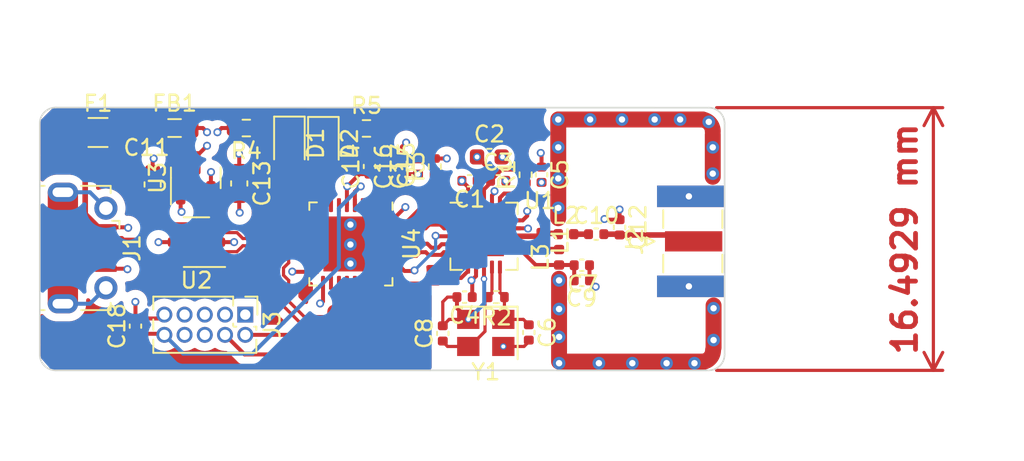
<source format=kicad_pcb>
(kicad_pcb (version 20240108) (generator "pcbnew") (generator_version "8.0")
  (layers (0 "F.Cu" signal) (1 "In1.Cu" power) (2 "In2.Cu" power) (31 "B.Cu" signal) (34 "B.Paste" user) (35 "F.Paste" user) (36 "B.SilkS" user "B.Silkscreen") (37 "F.SilkS" user "F.Silkscreen") (38 "B.Mask" user) (39 "F.Mask" user) (44 "Edge.Cuts" user))
  (net 0 "")
  (net 1 "Net-(C1-Pad1)")
  (net 2 "GND")
  (net 3 "3.3V_Out")
  (net 4 "NRF_XC1")
  (net 5 "NRF_VDD_PA")
  (net 6 "NRF_XC2")
  (net 7 "Net-(C10-Pad1)")
  (net 8 "Net-(C10-Pad2)")
  (net 9 "Net-(C11-Pad1)")
  (net 10 "NRST")
  (net 11 "Net-(D1-Pad1)")
  (net 12 "Net-(D1-Pad2)")
  (net 13 "Net-(D2-Pad1)")
  (net 14 "Net-(D2-Pad2)")
  (net 15 "5V_USB")
  (net 16 "Net-(F1-Pad2)")
  (net 17 "unconnected-(J1-Pad6)")
  (net 18 "USB_ESD_D-")
  (net 20 "USB_ESD_D+")
  (net 21 "SWDIO")
  (net 22 "SWCLK")
  (net 26 "NRF_ANT1")
  (net 27 "NRF_ANT2")
  (net 28 "Net-(R1-Pad1)")
  (net 29 "Net-(R3-Pad1)")
  (net 30 "NRF_CE")
  (net 31 "SPI3_!CS")
  (net 32 "SPI3_SCK")
  (net 33 "SPI3_MOSI")
  (net 34 "SPI3_MISO")
  (net 35 "NRF_IRQ")
  (net 36 "USB_D+")
  (net 37 "USB_D-")
  (footprint "Package_TO_SOT_SMD:SOT-23" (layer "F.Cu") (at 128.7932 117.4129 90)
    (property "Reference" "U3")
    (property "Value" "XC6206PxxxMR")
  )
  (footprint "Capacitor_SMD:C_0402_1005Metric" (layer "F.Cu") (at 155.4 120.52 -90)
    (property "Reference" "C12")
    (property "Value" "1p")
  )
  (footprint "Resistor_SMD:R_0402_1005Metric" (layer "F.Cu") (at 149.5 117.221 90)
    (property "Reference" "R1")
    (property "Value" "22k")
  )
  (footprint "Capacitor_SMD:C_0402_1005Metric" (layer "F.Cu") (at 149.7 127.12 -90)
    (property "Reference" "C6")
    (property "Value" "12pf")
  )
  (footprint "LED_SMD:LED_0805_2012Metric" (layer "F.Cu") (at 136.8044 115.2747 -90)
    (property "Reference" "D2")
    (property "Value" "LED")
  )
  (footprint "Capacitor_SMD:C_0402_1005Metric" (layer "F.Cu") (at 153.03 123.85 180)
    (property "Reference" "C9")
    (property "Value" "4.7p")
  )
  (footprint "Crystal:Crystal_SMD_3225-4Pin_3.2x2.5mm" (layer "F.Cu") (at 147 127.15 180)
    (property "Reference" "Y1")
    (property "Value" "16MHz")
  )
  (footprint "Inductor_SMD:L_0402_1005Metric" (layer "F.Cu") (at 151.6 122.4 90)
    (property "Reference" "L3")
    (property "Value" "2.7nH")
  )
  (footprint "Inductor_SMD:L_0805_2012Metric" (layer "F.Cu") (at 127.4615 114.2864)
    (property "Reference" "FB1")
    (property "Value" "100 @ 100MHZ")
  )
  (footprint "Capacitor_SMD:C_0402_1005Metric" (layer "F.Cu") (at 153.93 120.95)
    (property "Reference" "C10")
    (property "Value" "1p5")
  )
  (footprint "Capacitor_SMD:C_0402_1005Metric" (layer "F.Cu") (at 145.98 117.6 180)
    (property "Reference" "C1")
    (property "Value" "33nf")
  )
  (footprint "Inductor_SMD:L_0402_1005Metric" (layer "F.Cu") (at 150.5 121.335 -90)
    (property "Reference" "L1")
    (property "Value" "8.2nH")
  )
  (footprint "Resistor_SMD:R_0603_1608Metric" (layer "F.Cu") (at 131.9662 114.2864 180)
    (property "Reference" "R4")
    (property "Value" "2k2")
  )
  (footprint "Capacitor_SMD:C_0402_1005Metric" (layer "F.Cu") (at 142.748 116.7 90)
    (property "Reference" "C17")
    (property "Value" "100nf")
  )
  (footprint "Capacitor_SMD:C_0603_1608Metric" (layer "F.Cu") (at 147.225 116.1)
    (property "Reference" "C2")
    (property "Value" "10uf")
  )
  (footprint "Resistor_SMD:R_0402_1005Metric" (layer "F.Cu") (at 143.8 116.71 90)
    (property "Reference" "R3")
    (property "Value" "1ok")
  )
  (footprint "LED_SMD:LED_0805_2012Metric" (layer "F.Cu") (at 134.6708 115.2539 -90)
    (property "Reference" "D1")
    (property "Value" "LED")
  )
  (footprint "Connector_Coaxial:SMA_Samtec_SMA-J-P-X-ST-EM1_EdgeMount" (layer "F.Cu") (at 159.85 121.4 90)
    (property "Reference" "J2")
    (property "Value" "Conn_Coaxial")
  )
  (footprint "Fuse:Fuse_1206_3216Metric" (layer "F.Cu") (at 122.6536 114.5658)
    (property "Reference" "F1")
    (property "Value" "100mA")
  )
  (footprint "Package_DFN_QFN:QFN-20-1EP_4x4mm_P0.5mm_EP2.5x2.5mm" (layer "F.Cu") (at 146.8882 121.0818)
    (property "Reference" "U1")
    (property "Value" "NRF24L01")
  )
  (footprint "Package_TO_SOT_SMD:SOT-23-6" (layer "F.Cu") (at 128.8375 121.45 180)
    (property "Reference" "U2")
    (property "Value" "USBLC6-2SC6")
  )
  (footprint "Package_DFN_QFN:QFN-32-1EP_5x5mm_P0.5mm_EP3.45x3.45mm" (layer "F.Cu") (at 138.5316 121.5644 -90)
    (property "Reference" "U4")
    (property "Value" "STM32L432KBUx")
  )
  (footprint "Capacitor_SMD:C_0402_1005Metric" (layer "F.Cu") (at 145.67 124.9 180)
    (property "Reference" "C4")
    (property "Value" "10nf")
  )
  (footprint "Resistor_SMD:R_0402_1005Metric" (layer "F.Cu") (at 147.66 124.9 180)
    (property "Reference" "R2")
    (property "Value" "1M")
  )
  (footprint "Capacitor_SMD:C_0402_1005Metric" (layer "F.Cu") (at 125.0066 126.724 90)
    (property "Reference" "C18")
    (property "Value" "100nf")
  )
  (footprint "Capacitor_SMD:C_0402_1005Metric" (layer "F.Cu") (at 150.5 117.22 -90)
    (property "Reference" "C5")
    (property "Value" "10nf")
  )
  (footprint "Capacitor_SMD:C_0402_1005Metric" (layer "F.Cu") (at 147.78 117.6)
    (property "Reference" "C3")
    (property "Value" "10nf")
  )
  (footprint "Connector_PinHeader_1.27mm:PinHeader_2x05_P1.27mm_Vertical" (layer "F.Cu") (at 131.9 126 -90)
    (property "Reference" "J3")
    (property "Value" "Conn_02x05_Odd_Even")
  )
  (footprint "Resistor_SMD:R_0603_1608Metric" (layer "F.Cu") (at 139.509 114.3118)
    (property "Reference" "R5")
    (property "Value" "2k2")
  )
  (footprint "Capacitor_SMD:C_0402_1005Metric" (layer "F.Cu") (at 139.7 116.7 90)
    (property "Reference" "C14")
    (property "Value" "1uf")
  )
  (footprint "Capacitor_SMD:C_0402_1005Metric" (layer "F.Cu") (at 153.03 122.9 180)
    (property "Reference" "C7")
    (property "Value" "2.2nf")
  )
  (footprint "Capacitor_SMD:C_0603_1608Metric" (layer "F.Cu") (at 131.5212 117.7662 -90)
    (property "Reference" "C13")
    (property "Value" "10uf")
  )
  (footprint "Inductor_SMD:L_0402_1005Metric" (layer "F.Cu") (at 152.035 120.95)
    (property "Reference" "L2")
    (property "Value" "3.9nH")
  )
  (footprint "Capacitor_SMD:C_0402_1005Metric" (layer "F.Cu") (at 141.732 116.7 90)
    (property "Reference" "C16")
    (property "Value" "100nf")
  )
  (footprint "Capacitor_SMD:C_0402_1005Metric" (layer "F.Cu") (at 144.3 127.18 90)
    (property "Reference" "C8")
    (property "Value" "12pf")
  )
  (footprint "Connector_USB:USB_Micro-B_Molex-105017-0001" (layer "F.Cu") (at 121.6875 121.8184 -90)
    (property "Reference" "J1")
    (property "Value" "USB_B_Micro")
  )
  (footprint "Capacitor_SMD:C_0402_1005Metric" (layer "F.Cu") (at 140.716 116.7 90)
    (property "Reference" "C15")
    (property "Value" "100nf")
  )
  (footprint "Capacitor_SMD:C_0603_1608Metric" (layer "F.Cu") (at 126.0856 117.8294 -90)
    (property "Reference" "C11")
    (property "Value" "10uf")
  )
  (gr_line (start 151.55 113.75) (end 151.55 119.95) (stroke (width 1)) (layer "F.Cu") (net 2))
  (gr_line (start 151.6 123.75) (end 151.6 128.95) (stroke (width 1)) (layer "F.Cu") (net 2))
  (gr_line (start 161.25 114.7) (end 161.25 117.35) (stroke (width 1)) (layer "F.Cu") (net 2))
  (gr_arc (start 160.5 113.75) (mid 161.030329 113.96967) (end 161.25 114.5) (stroke (width 1)) (layer "F.Cu") (net 2))
  (gr_arc (start 161.26967 128.219671) (mid 161.05 128.750001) (end 160.51967 128.969671) (stroke (width 1)) (layer "F.Cu") (net 2))
  (gr_line (start 151.65 128.95) (end 160.7 128.95) (stroke (width 1)) (layer "F.Cu") (net 2))
  (gr_line (start 151.575 113.75) (end 160.625 113.75) (stroke (width 1)) (layer "F.Cu") (net 2))
  (gr_line (start 161.3 125.425) (end 161.3 128.075) (stroke (width 1)) (layer "F.Cu") (net 2))
  (gr_line (start 161.992893 114.007107) (end 161.992893 128.5) (stroke (width 0.1)) (layer "Edge.Cuts"))
  (gr_arc (start 161.992893 128.5) (mid 161.7 129.207107) (end 160.992893 129.5) (stroke (width 0.1)) (layer "Edge.Cuts"))
  (gr_arc (start 119 114) (mid 119.292893 113.292893) (end 120 113) (stroke (width 0.1)) (layer "Edge.Cuts"))
  (gr_line (start 119 116) (end 119 114) (stroke (width 0.1)) (layer "Edge.Cuts"))
  (gr_line (start 120 129.5) (end 160.992893 129.5) (stroke (width 0.1)) (layer "Edge.Cuts"))
  (gr_line (start 120 113) (end 160.992893 113.007107) (stroke (width 0.1)) (layer "Edge.Cuts"))
  (gr_arc (start 120 129.5) (mid 119.292893 129.207107) (end 119 128.5) (stroke (width 0.1)) (layer "Edge.Cuts"))
  (gr_line (start 119 116) (end 119 127.9) (stroke (width 0.1)) (layer "Edge.Cuts"))
  (gr_arc (start 160.992893 113.007107) (mid 161.7 113.3) (end 161.992893 114.007107) (stroke (width 0.1)) (layer "Edge.Cuts"))
  (gr_line (start 119 127.9) (end 119 128.5) (stroke (width 0.1)) (layer "Edge.Cuts"))
  (dimension (type aligned) (layer "F.Cu") (pts (xy 160.992893 113.007107) (xy 160.992893 129.5)) (height -14.107107) (gr_text "16.4929 mm" (at 173.3 121.253554 90) (layer "F.Cu") (effects (font (size 1.5 1.5) (thickness 0.3)))) (format (prefix "") (suffix "") (units 3) (units_format 1) (precision 4)) (style (thickness 0.2) (arrow_length 1.27) (text_position_mode 0) (extension_height 0.58642) (extension_offset 0.5) keep_text_aligned))
  (segment (start 146.3882 117.6718) (end 146.46 117.6) (width 0.25) (layer "F.Cu") (net 1))
  (segment (start 146.3882 119.1443) (end 146.3882 117.6718) (width 0.25) (layer "F.Cu") (net 1))
  (segment (start 144.3 125.2) (end 144.6 124.9) (width 0.2) (layer "F.Cu") (net 2))
  (segment (start 123.15 123.1184) (end 124.4684 123.1184) (width 0.25) (layer "F.Cu") (net 2))
  (segment (start 127.8432 119.4932) (end 127.9 119.55) (width 0.25) (layer "F.Cu") (net 2))
  (segment (start 125.0066 126.244) (end 125.0066 125.2066) (width 0.25) (layer "F.Cu") (net 2))
  (segment (start 154.49 120.04) (end 154.45 120) (width 0.25) (layer "F.Cu") (net 2))
  (segment (start 130.4136 114.2864) (end 130.15 114.55) (width 0.25) (layer "F.Cu") (net 2))
  (segment (start 147.3882 119.1443) (end 147.3882 118.5118) (width 0.25) (layer "F.Cu") (net 2))
  (segment (start 140.9691 119.8144) (end 141.3856 119.8144) (width 0.25) (layer "F.Cu") (net 2))
  (segment (start 134.8644 123.3144) (end 134.85 123.3) (width 0.25) (layer "F.Cu") (net 2))
  (segment (start 145.19 125.59) (end 145.9 126.3) (width 0.25) (layer "F.Cu") (net 2))
  (segment (start 155.4 120.04) (end 154.49 120.04) (width 0.25) (layer "F.Cu") (net 2))
  (segment (start 144.3 126.7) (end 144.3 125.2) (width 0.2) (layer "F.Cu") (net 2))
  (segment (start 149.7 127.7) (end 149.7 127.6) (width 0.2) (layer "F.Cu") (net 2))
  (segment (start 149.6318 120.5818) (end 149.65 120.6) (width 0.25) (layer "F.Cu") (net 2))
  (segment (start 147.3882 118.5118) (end 147.55 118.35) (width 0.25) (layer "F.Cu") (net 2))
  (segment (start 149.4 128) (end 149.7 127.7) (width 0.2) (layer "F.Cu") (net 2))
  (segment (start 148.1 128) (end 149.4 128) (width 0.2) (layer "F.Cu") (net 2))
  (segment (start 145.19 124.9) (end 145.19 125.59) (width 0.25) (layer "F.Cu") (net 2))
  (segment (start 126.0856 118.6044) (end 127.5892 118.6044) (width 0.25) (layer "F.Cu") (net 2))
  (segment (start 126.576 126.244) (end 126.82 126) (width 0.25) (layer "F.Cu") (net 2))
  (segment (start 125.0066 125.2066) (end 125 125.2) (width 0.25) (layer "F.Cu") (net 2))
  (segment (start 141.732 116.22) (end 141.732 115.468) (width 0.25) (layer "F.Cu") (net 2))
  (segment (start 153.51 122.9) (end 153.51 123.85) (width 0.25) (layer "F.Cu") (net 2))
  (segment (start 131.5212 119.5712) (end 131.55 119.6) (width 0.25) (layer "F.Cu") (net 2))
  (segment (start 136.0941 123.3144) (end 134.8644 123.3144) (width 0.25) (layer "F.Cu") (net 2))
  (segment (start 131.1412 114.2864) (end 130.4136 114.2864) (width 0.25) (layer "F.Cu") (net 2))
  (segment (start 139.7 116.22) (end 143.78 116.22) (width 0.25) (layer "F.Cu") (net 2))
  (segment (start 141.732 115.468) (end 142 115.2) (width 0.25) (layer "F.Cu") (net 2))
  (segment (start 145.8882 117.9882) (end 145.5 117.6) (width 0.25) (layer "F.Cu") (net 2))
  (segment (start 127.5892 118.6044) (end 127.8432 118.3504) (width 0.25) (layer "F.Cu") (net 2))
  (segment (start 148.8257 120.5818) (end 149.6318 120.5818) (width 0.25) (layer "F.Cu") (net 2))
  (segment (start 145.8882 119.1443) (end 145.8882 117.9882) (width 0.25) (layer "F.Cu") (net 2))
  (segment (start 144.7 126.3) (end 145.9 126.3) (width 0.2) (layer "F.Cu") (net 2))
  (segment (start 144.3 126.7) (end 144.7 126.3) (width 0.2) (layer "F.Cu") (net 2))
  (segment (start 139.7 114.9458) (end 140.334 114.3118) (width 0.25) (layer "F.Cu") (net 2))
  (segment (start 143.8 116.2) (end 144.55 116.2) (width 0.25) (layer "F.Cu") (net 2))
  (segment (start 146.8882 123.0193) (end 146.8882 123.7618) (width 0.25) (layer "F.Cu") (net 2))
  (segment (start 155.4 120.04) (end 155.4 119.4) (width 0.25) (layer "F.Cu") (net 2))
  (segment (start 129.975 121.45) (end 131.2 121.45) (width 0.25) (layer "F.Cu") (net 2))
  (segment (start 124.4684 123.1184) (end 124.5 123.15) (width 0.25) (layer "F.Cu") (net 2))
  (segment (start 127.8432 118.3504) (end 127.8432 119.4932) (width 0.25) (layer "F.Cu") (net 2))
  (segment (start 153.51 123.85) (end 153.885 124.225) (width 0.25) (layer "F.Cu") (net 2))
  (segment (start 144.6 124.9) (end 145.19 124.9) (width 0.2) (layer "F.Cu") (net 2))
  (segment (start 143.78 116.22) (end 143.8 116.2) (width 0.25) (layer "F.Cu") (net 2))
  (segment (start 141.3856 119.8144) (end 141.95 119.25) (width 0.25) (layer "F.Cu") (net 2))
  (segment (start 131.5212 118.5412) (end 131.5212 119.5712) (width 0.25) (layer "F.Cu") (net 2))
  (segment (start 125.0066 126.244) (end 126.576 126.244) (width 0.25) (layer "F.Cu") (net 2))
  (segment (start 139.7 116.22) (end 139.7 114.9458) (width 0.25) (layer "F.Cu") (net 2))
  (via (at 148.1 128) (size 0.4) (drill 0.25) (layers "F.Cu" "B.Cu") (net 2))
  (via (at 161.3 127.6) (size 0.8) (drill 0.4) (layers "F.Cu" "B.Cu") (net 2))
  (via (at 144.55 116.2) (size 0.5) (drill 0.3) (layers "F.Cu" "B.Cu") (net 2))
  (via (at 146.8882 123.7618) (size 0.4) (drill 0.25) (layers "F.Cu" "B.Cu") (net 2))
  (via (at 151.55 115.5) (size 0.8) (drill 0.4) (layers "F.Cu" "B.Cu") (net 2))
  (via (at 160.1 129.05) (size 0.8) (drill 0.4) (layers "F.Cu" "B.Cu") (net 2))
  (via (at 159.75 124.225) (size 0.8) (drill 0.4) (layers "F.Cu" "B.Cu") (net 2))
  (via (at 127.9 119.55) (size 0.5) (drill 0.3) (layers "F.Cu" "B.Cu") (net 2))
  (via (at 125 125.2) (size 0.5) (drill 0.3) (layers "F.Cu" "B.Cu") (net 2))
  (via (at 151.55 119.3) (size 0.8) (drill 0.4) (layers "F.Cu" "B.Cu") (net 2))
  (via (at 131.2 121.45) (size 0.5) (drill 0.3) (layers "F.Cu" "B.Cu") (net 2))
  (via (at 138.5 121.6) (size 0.8) (drill 0.4) (layers "F.Cu" "B.Cu") (net 2))
  (via (at 159.2 113.75) (size 0.8) (drill 0.4) (layers "F.Cu" "B.Cu") (net 2))
  (via (at 155.4 119.4) (size 0.5) (drill 0.3) (layers "F.Cu" "B.Cu") (net 2))
  (via (at 151.55 117.45) (size 0.8) (drill 0.4) (layers "F.Cu" "B.Cu") (net 2))
  (via (at 161.3 125.6) (size 0.8) (drill 0.4) (layers "F.Cu" "B.Cu") (net 2))
  (via (at 151.6 129.05) (size 0.8) (drill 0.4) (layers "F.Cu" "B.Cu") (net 2))
  (via (at 156.2 129.05) (size 0.8) (drill 0.4) (layers "F.Cu" "B.Cu") (net 2))
  (via (at 157.6 113.75) (size 0.8) (drill 0.4) (layers "F.Cu" "B.Cu") (net 2))
  (via (at 138.5 122.8) (size 0.8) (drill 0.4) (layers "F.Cu" "B.Cu") (net 2))
  (via (at 154.45 120) (size 0.5) (drill 0.3) (layers "F.Cu" "B.Cu") (net 2))
  (via (at 154.1 129.05) (size 0.8) (drill 0.4) (layers "F.Cu" "B.Cu") (net 2))
  (via (at 124.5 123.15) (size 0.5) (drill 0.3) (layers "F.Cu" "B.Cu") (net 2))
  (via (at 151.55 113.75) (size 0.8) (drill 0.4) (layers "F.Cu" "B.Cu") (net 2))
  (via (at 145.9 126.3) (size 0.4) (drill 0.25) (layers "F.Cu" "B.Cu") (net 2))
  (via (at 134.85 123.3) (size 0.5) (drill 0.3) (layers "F.Cu" "B.Cu") (net 2))
  (via (at 161.25 115.5) (size 0.8) (drill 0.4) (layers "F.Cu" "B.Cu") (net 2))
  (via (at 158.35 129.05) (size 0.8) (drill 0.4) (layers "F.Cu" "B.Cu") (net 2))
  (via (at 141.95 119.25) (size 0.5) (drill 0.3) (layers "F.Cu" "B.Cu") (net 2))
  (via (at 151.6 127.4) (size 0.8) (drill 0.4) (layers "F.Cu" "B.Cu") (net 2))
  (via (at 151.6 123.85) (size 0.8) (drill 0.4) (layers "F.Cu" "B.Cu") (net 2))
  (via (at 142 115.2) (size 0.5) (drill 0.3) (layers "F.Cu" "B.Cu") (net 2))
  (via (at 151.6 125.65) (size 0.8) (drill 0.4) (layers "F.Cu" "B.Cu") (net 2))
  (via (at 153.55 113.75) (size 0.8) (drill 0.4) (layers "F.Cu" "B.Cu") (net 2))
  (via (at 148.05 116.1) (size 0.5) (drill 0.3) (layers "F.Cu" "B.Cu") (net 2))
  (via (at 138.5 120.35) (size 0.8) (drill 0.4) (layers "F.Cu" "B.Cu") (net 2))
  (via (at 161.25 117.15) (size 0.8) (drill 0.4) (layers "F.Cu" "B.Cu") (net 2))
  (via (at 131.55 119.6) (size 0.5) (drill 0.3) (layers "F.Cu" "B.Cu") (net 2))
  (via (at 145.5 117.6) (size 0.5) (drill 0.3) (layers "F.Cu" "B.Cu") (net 2))
  (via (at 150.5 117.7) (size 0.5) (drill 0.3) (layers "F.Cu" "B.Cu") (net 2))
  (via (at 161 113.9) (size 0.8) (drill 0.4) (layers "F.Cu" "B.Cu") (net 2))
  (via (at 159.75 118.575) (size 0.8) (drill 0.4) (layers "F.Cu" "B.Cu") (net 2))
  (via (at 155.55 113.75) (size 0.8) (drill 0.4) (layers "F.Cu" "B.Cu") (net 2))
  (via (at 149.65 120.6) (size 0.5) (drill 0.3) (layers "F.Cu" "B.Cu") (net 2))
  (via (at 147.55 118.25) (size 0.5) (drill 0.3) (layers "F.Cu" "B.Cu") (net 2))
  (via (at 130.15 114.55) (size 0.5) (drill 0.3) (layers "F.Cu" "B.Cu") (net 2))
  (via (at 153.9 124.25) (size 0.5) (drill 0.3) (layers "F.Cu" "B.Cu") (net 2))
  (via (at 148.25 117.6) (size 0.5) (drill 0.3) (layers "F.Cu" "B.Cu") (net 2))
  (segment (start 145.9 126.3) (end 146.9 125.3) (width 0.25) (layer "B.Cu") (net 2))
  (segment (start 146.9 125.3) (end 146.9 123.75) (width 0.25) (layer "B.Cu") (net 2))
  (segment (start 150.5 116.74) (end 150.5 115.9) (width 0.25) (layer "F.Cu") (net 3))
  (segment (start 140.2816 119.1269) (end 140.2816 117.6144) (width 0.25) (layer "F.Cu") (net 3))
  (segment (start 140.2816 117.6144) (end 140.716 117.18) (width 0.25) (layer "F.Cu") (net 3))
  (segment (start 146.15 124.9) (end 146.15 123.75) (width 0.25) (layer "F.Cu") (net 3))
  (segment (start 136.7816 125.1684) (end 136.65 125.3) (width 0.25) (layer "F.Cu") (net 3))
  (segment (start 148.8257 120.0818) (end 149.3182 120.0818) (width 0.25) (layer "F.Cu") (net 3))
  (segment (start 136.7816 124.0019) (end 136.7816 125.1684) (width 0.25) (layer "F.Cu") (net 3))
  (segment (start 129.7432 117.0568) (end 129.75 117.05) (width 0.25) (layer "F.Cu") (net 3))
  (segment (start 146.15 123.75) (end 146.219022 123.75) (width 0.25) (layer "F.Cu") (net 3))
  (segment (start 131.5212 115.9212) (end 131.5 115.9) (width 0.25) (layer "F.Cu") (net 3))
  (segment (start 149.31148 116.89952) (end 149.5 116.711) (width 0.25) (layer "F.Cu") (net 3))
  (segment (start 147.3 117.6) (end 147.3 117.59307) (width 0.25) (layer "F.Cu") (net 3))
  (segment (start 149.3182 120.0818) (end 149.6 119.8) (width 0.25) (layer "F.Cu") (net 3))
  (segment (start 146.3882 123.580822) (end 146.3882 123.0193) (width 0.25) (layer "F.Cu") (net 3))
  (segment (start 147.99355 116.89952) (end 149.31148 116.89952) (width 0.25) (layer "F.Cu") (net 3))
  (segment (start 150.471 116.711) (end 150.5 116.74) (width 0.25) (layer "F.Cu") (net 3))
  (segment (start 147.3 116.95) (end 147.3 117.6) (width 0.25) (layer "F.Cu") (net 3))
  (segment (start 147.3 117.59307) (end 147.99355 116.89952) (width 0.25) (layer "F.Cu") (net 3))
  (segment (start 139.07 117.18) (end 138.3 117.95) (width 0.25) (layer "F.Cu") (net 3))
  (segment (start 138.2816 119.1269) (end 138.2816 117.9684) (width 0.25) (layer "F.Cu") (net 3))
  (segment (start 149.6 119.8) (end 149.6 119.5) (width 0.25) (layer "F.Cu") (net 3))
  (segment (start 146.8882 118.13873) (end 147.3 117.72693) (width 0.25) (layer "F.Cu") (net 3))
  (segment (start 139.7 117.18) (end 139.07 117.18) (width 0.25) (layer "F.Cu") (net 3))
  (segment (start 147.3 117.72693) (end 147.3 117.6) (width 0.25) (layer "F.Cu") (net 3))
  (segment (start 146.45 116.1) (end 147.3 116.95) (width 0.25) (layer "F.Cu") (net 3))
  (segment (start 138.2816 117.9684) (end 138.3 117.95) (width 0.25) (layer "F.Cu") (net 3))
  (segment (start 149.5 116.711) (end 150.471 116.711) (width 0.25) (layer "F.Cu") (net 3))
  (segment (start 146.219022 123.75) (end 146.3882 123.580822) (width 0.25) (layer "F.Cu") (net 3))
  (segment (start 129.7432 118.3504) (end 129.7432 117.0568) (width 0.25) (layer "F.Cu") (net 3))
  (segment (start 139.7 117.18) (end 142.748 117.18) (width 0.25) (layer "F.Cu") (net 3))
  (segment (start 150.5 115.9) (end 150.45 115.85) (width 0.25) (layer "F.Cu") (net 3))
  (segment (start 131.5212 116.9912) (end 131.5212 115.9212) (width 0.25) (layer "F.Cu") (net 3))
  (segment (start 146.8882 119.1443) (end 146.8882 118.13873) (width 0.25) (layer "F.Cu") (net 3))
  (via (at 149.6 119.5) (size 0.5) (drill 0.3) (layers "F.Cu" "B.Cu") (net 3))
  (via (at 146.1 123.85) (size 0.5) (drill 0.3) (layers "F.Cu" "B.Cu") (net 3))
  (via (at 131.5 115.9) (size 0.5) (drill 0.3) (layers "F.Cu" "B.Cu") (net 3))
  (via (at 129.75 117.05) (size 0.5) (drill 0.3) (layers "F.Cu" "B.Cu") (net 3))
  (via (at 146.45 116.1) (size 0.5) (drill 0.3) (layers "F.Cu" "B.Cu") (net 3))
  (via (at 150.45 115.85) (size 0.5) (drill 0.3) (layers "F.Cu" "B.Cu") (net 3))
  (via (at 138.3 117.95) (size 0.5) (drill 0.3) (layers "F.Cu" "B.Cu") (net 3))
  (via (at 142.75 117.2) (size 0.5) (drill 0.3) (layers "F.Cu" "B.Cu") (net 3))
  (via (at 136.6 125.3) (size 0.5) (drill 0.3) (layers "F.Cu" "B.Cu") (net 3))
  (segment (start 149.36 126.3) (end 149.7 126.64) (width 0.2) (layer "F.Cu") (net 4))
  (segment (start 148.17 126.23) (end 148.1 126.3) (width 0.2) (layer "F.Cu") (net 4))
  (segment (start 147.8882 123.0193) (end 147.8882 124.6182) (width 0.2) (layer "F.Cu") (net 4))
  (segment (start 148.17 124.9) (end 148.17 126.23) (width 0.2) (layer "F.Cu") (net 4))
  (segment (start 147.8882 124.6182) (end 148.17 124.9) (width 0.2) (layer "F.Cu") (net 4))
  (segment (start 148.1 126.3) (end 149.36 126.3) (width 0.2) (layer "F.Cu") (net 4))
  (segment (start 152.55 122.9) (end 152.55 123.85) (width 0.25) (layer "F.Cu") (net 5))
  (segment (start 152.535 122.885) (end 152.55 122.9) (width 0.25) (layer "F.Cu") (net 5))
  (segment (start 150.135 122.885) (end 151.6 122.885) (width 0.25) (layer "F.Cu") (net 5))
  (segment (start 148.8257 122.0818) (end 149.3318 122.0818) (width 0.25) (layer "F.Cu") (net 5))
  (segment (start 149.3318 122.0818) (end 150.135 122.885) (width 0.25) (layer "F.Cu") (net 5))
  (segment (start 151.6 122.885) (end 152.535 122.885) (width 0.25) (layer "F.Cu") (net 5))
  (segment (start 146.95 127.05) (end 146.95 125.1) (width 0.2) (layer "F.Cu") (net 6))
  (segment (start 144.3 127.66) (end 144.3 127.7) (width 0.2) (layer "F.Cu") (net 6))
  (segment (start 147.3882 124.6618) (end 147.3882 123.0193) (width 0.2) (layer "F.Cu") (net 6))
  (segment (start 146 128) (end 145.9 128) (width 0.2) (layer "F.Cu") (net 6))
  (segment (start 146.95 127.05) (end 146 128) (width 0.2) (layer "F.Cu") (net 6))
  (segment (start 146.95 125.1) (end 147.15 124.9) (width 0.2) (layer "F.Cu") (net 6))
  (segment (start 147.15 124.9) (end 147.3882 124.6618) (width 0.2) (layer "F.Cu") (net 6))
  (segment (start 144.6 128) (end 145.9 128) (width 0.2) (layer "F.Cu") (net 6))
  (segment (start 144.3 127.7) (end 144.6 128) (width 0.2) (layer "F.Cu") (net 6))
  (segment (start 152.52 120.95) (end 153.45 120.95) (width 0.35) (layer "F.Cu") (net 7))
  (segment (start 155.4 121) (end 159.55 121) (width 0.35) (layer "F.Cu") (net 8))
  (segment (start 159.55 121) (end 159.95 121.4) (width 0.25) (layer "F.Cu") (net 8))
  (segment (start 155.35 120.95) (end 155.4 121) (width 0.25) (layer "F.Cu") (net 8))
  (segment (start 154.41 120.95) (end 155.35 120.95) (width 0.35) (layer "F.Cu") (net 8))
  (segment (start 128.7932 116.4754) (end 128.7932 116.1068) (width 0.25) (layer "F.Cu") (net 9))
  (segment (start 128.524 114.2864) (end 129.2364 114.2864) (width 0.25) (layer "F.Cu") (net 9))
  (segment (start 126.0856 116.2644) (end 126.15 116.2) (width 0.25) (layer "F.Cu") (net 9))
  (segment (start 129.2364 114.2864) (end 129.5 114.55) (width 0.25) (layer "F.Cu") (net 9))
  (segment (start 128.7932 116.1068) (end 129.5 115.4) (width 0.25) (layer "F.Cu") (net 9))
  (segment (start 126.0856 117.0544) (end 126.0856 116.2644) (width 0.25) (layer "F.Cu") (net 9))
  (via (at 129.5 114.55) (size 0.5) (drill 0.3) (layers "F.Cu" "B.Cu") (net 9))
  (via (at 126.15 116.2) (size 0.5) (drill 0.3) (layers "F.Cu" "B.Cu") (net 9))
  (via (at 129.5 115.4) (size 0.5) (drill 0.3) (layers "F.Cu" "B.Cu") (net 9))
  (segment (start 138.7816 119.1269) (end 138.7816 118.280882) (width 0.25) (layer "F.Cu") (net 10))
  (segment (start 138.7816 118.280882) (end 139.05 118.012482) (width 0.25) (layer "F.Cu") (net 10))
  (segment (start 126.754 127.204) (end 126.82 127.27) (width 0.25) (layer "F.Cu") (net 10))
  (segment (start 125.0066 127.204) (end 126.754 127.204) (width 0.25) (layer "F.Cu") (net 10))
  (via (at 139.15 117.95) (size 0.5) (drill 0.3) (layers "F.Cu" "B.Cu") (net 10))
  (segment (start 139.15 117.95) (end 137.775489 119.324511) (width 0.25) (layer "B.Cu") (net 10))
  (segment (start 128 128.45) (end 126.82 127.27) (width 0.25) (layer "B.Cu") (net 10))
  (segment (start 137.775489 119.324511) (end 137.775489 123.024511) (width 0.25) (layer "B.Cu") (net 10))
  (segment (start 137.775489 123.024511) (end 132.35 128.45) (width 0.25) (layer "B.Cu") (net 10))
  (segment (start 132.35 128.45) (end 128 128.45) (width 0.25) (layer "B.Cu") (net 10))
  (segment (start 134.6408 114.2864) (end 134.6708 114.3164) (width 0.35) (layer "F.Cu") (net 11))
  (segment (start 132.7912 114.2864) (end 134.6408 114.2864) (width 0.35) (layer "F.Cu") (net 11))
  (segment (start 134.9144 119.8144) (end 136.0941 119.8144) (width 0.25) (layer "F.Cu") (net 12))
  (segment (start 134.6708 116.1914) (end 134.6708 119.5708) (width 0.25) (layer "F.Cu") (net 12))
  (segment (start 134.6708 119.5708) (end 134.9144 119.8144) (width 0.25) (layer "F.Cu") (net 12))
  (segment (start 136.8044 114.3372) (end 138.6586 114.3372) (width 0.35) (layer "F.Cu") (net 13))
  (segment (start 138.6586 114.3372) (end 138.684 114.3118) (width 0.35) (layer "F.Cu") (net 13))
  (segment (start 136.8044 119.1041) (end 136.7816 119.1269) (width 0.25) (layer "F.Cu") (net 14))
  (segment (start 136.8044 116.2122) (end 136.8044 119.1041) (width 0.25) (layer "F.Cu") (net 14))
  (segment (start 127.7 121.45) (end 126.45 121.45) (width 0.25) (layer "F.Cu") (net 15))
  (segment (start 121.85 119.6934) (end 121.85 115.05) (width 0.35) (layer "F.Cu") (net 15))
  (segment (start 123.15 120.5184) (end 122.675 120.5184) (width 0.35) (layer "F.Cu") (net 15))
  (segment (start 123.15 120.5184) (end 124.5184 120.5184) (width 0.25) (layer "F.Cu") (net 15))
  (segment (start 121.85 115.05) (end 121.3658 114.5658) (width 0.35) (layer "F.Cu") (net 15))
  (segment (start 121.3658 114.5658) (end 121.2536 114.5658) (width 0.35) (layer "F.Cu") (net 15))
  (segment (start 122.675 120.5184) (end 121.85 119.6934) (width 0.35) (layer "F.Cu") (net 15))
  (segment (start 124.5184 120.5184) (end 124.55 120.55) (width 0.25) (layer "F.Cu") (net 15))
  (via (at 124.55 120.55) (size 0.5) (drill 0.3) (layers "F.Cu" "B.Cu") (net 15))
  (via (at 126.45 121.45) (size 0.5) (drill 0.3) (layers "F.Cu" "B.Cu") (net 15))
  (segment (start 124.0536 114.5658) (end 126.1196 114.5658) (width 0.35) (layer "F.Cu") (net 16))
  (segment (start 126.1196 114.5658) (end 126.399 114.2864) (width 0.35) (layer "F.Cu") (net 16))
  (segment (start 120.45 120.8184) (end 120.45 118.9184) (width 0.25) (layer "F.Cu") (net 17))
  (segment (start 120.45 120.8184) (end 120.45 124.7184) (width 0.25) (layer "F.Cu") (net 17))
  (segment (start 120.45 118.3184) (end 122.15 118.3184) (width 0.25) (layer "B.Cu") (net 17))
  (segment (start 120.45 125.3184) (end 122.15 125.3184) (width 0.25) (layer "B.Cu") (net 17))
  (segment (start 122.15 125.3184) (end 123.15 124.3184) (width 0.25) (layer "B.Cu") (net 17))
  (segment (start 122.15 118.3184) (end 123.15 119.3184) (width 0.25) (layer "B.Cu") (net 17))
  (segment (start 126.086027 120.5) (end 127.7 120.5) (width 0.2) (layer "F.Cu") (net 18))
  (segment (start 124.262501 121.2684) (end 125.317627 121.2684) (width 0.2) (layer "F.Cu") (net 18))
  (segment (start 127.65 120.4) (end 127.7 120.45) (width 0.2) (layer "F.Cu") (net 18))
  (segment (start 124.162501 121.1684) (end 124.262501 121.2684) (width 0.2) (layer "F.Cu") (net 18))
  (segment (start 123.15 121.1684) (end 124.162501 121.1684) (width 0.2) (layer "F.Cu") (net 18))
  (segment (start 125.317627 121.2684) (end 126.086027 120.5) (width 0.2) (layer "F.Cu") (net 18))
  (segment (start 125.317627 121.7184) (end 125.999227 122.4) (width 0.2) (layer "F.Cu") (net 20))
  (segment (start 124.262501 121.7184) (end 125.317627 121.7184) (width 0.2) (layer "F.Cu") (net 20))
  (segment (start 125.999227 122.4) (end 127.7 122.4) (width 0.2) (layer "F.Cu") (net 20))
  (segment (start 124.162501 121.8184) (end 124.262501 121.7184) (width 0.2) (layer "F.Cu") (net 20))
  (segment (start 123.15 121.8184) (end 124.162501 121.8184) (width 0.2) (layer "F.Cu") (net 20))
  (segment (start 127.5 122.55) (end 127.7 122.35) (width 0.2) (layer "F.Cu") (net 20))
  (segment (start 139.8 124.0203) (end 139.8 126.75) (width 0.25) (layer "F.Cu") (net 21))
  (segment (start 139.28 127.27) (end 131.9 127.27) (width 0.25) (layer "F.Cu") (net 21))
  (segment (start 139.7816 124.0019) (end 139.8 124.0203) (width 0.25) (layer "F.Cu") (net 21))
  (segment (start 139.8 126.75) (end 139.28 127.27) (width 0.25) (layer "F.Cu") (net 21))
  (segment (start 140.2816 124.0019) (end 140.2816 127.8184) (width 0.25) (layer "F.Cu") (net 22))
  (segment (start 131.86 128.5) (end 130.63 127.27) (width 0.25) (layer "F.Cu") (net 22))
  (segment (start 140.2816 127.8184) (end 139.6 128.5) (width 0.25) (layer "F.Cu") (net 22))
  (segment (start 139.6 128.5) (end 131.86 128.5) (width 0.25) (layer "F.Cu") (net 22))
  (segment (start 151.555 121.87) (end 151.6 121.915) (width 0.25) (layer "F.Cu") (net 26))
  (segment (start 150.2618 121.5818) (end 150.5 121.82) (width 0.25) (layer "F.Cu") (net 26))
  (segment (start 150.5 121.87) (end 151.555 121.87) (width 0.25) (layer "F.Cu") (net 26))
  (segment (start 148.8257 121.5818) (end 150.2618 121.5818) (width 0.25) (layer "F.Cu") (net 26))
  (segment (start 151.5 120.9) (end 151.55 120.95) (width 0.25) (layer "F.Cu") (net 27))
  (segment (start 148.8257 121.0818) (end 150.2682 121.0818) (width 0.35) (layer "F.Cu") (net 27))
  (segment (start 150.5 120.9) (end 151.5 120.9) (width 0.35) (layer "F.Cu") (net 27))
  (segment (start 150.2682 121.0818) (end 150.5 120.85) (width 0.35) (layer "F.Cu") (net 27))
  (segment (start 147.8882 118.6618) (end 147.8882 119.1443) (width 0.25) (layer "F.Cu") (net 28))
  (segment (start 148.15 118.4) (end 147.8882 118.6618) (width 0.25) (layer "F.Cu") (net 28))
  (segment (start 149.5 117.731) (end 148.831 118.4) (width 0.25) (layer "F.Cu") (net 28))
  (segment (start 148.831 118.4) (end 148.15 118.4) (width 0.25) (layer "F.Cu") (net 28))
  (segment (start 143.8 118.414282) (end 143.8 117.22) (width 0.25) (layer "F.Cu") (net 29))
  (segment (start 141.899882 120.3144) (end 143.8 118.414282) (width 0.25) (layer "F.Cu") (net 29))
  (segment (start 140.9691 120.3144) (end 141.899882 120.3144) (width 0.25) (layer "F.Cu") (net 29))
  (segment (start 142.0356 120.8144) (end 142.94952 119.90048) (width 0.25) (layer "F.Cu") (net 30))
  (segment (start 140.9691 120.8144) (end 142.0356 120.8144) (width 0.25) (layer "F.Cu") (net 30))
  (segment (start 144.76938 119.90048) (end 144.9507 120.0818) (width 0.25) (layer "F.Cu") (net 30))
  (segment (start 142.94952 119.90048) (end 144.76938 119.90048) (width 0.25) (layer "F.Cu") (net 30))
  (segment (start 143.2182 120.5818) (end 143.45 120.35) (width 0.25) (layer "F.Cu") (net 31))
  (segment (start 140.9691 121.3144) (end 142.171318 121.3144) (width 0.25) (layer "F.Cu") (net 31))
  (segment (start 144.3818 120.5818) (end 144.9507 120.5818) (width 0.25) (layer "F.Cu") (net 31))
  (segment (start 142.171318 121.3144) (end 142.903918 120.5818) (width 0.25) (layer "F.Cu") (net 31))
  (segment (start 142.903918 120.5818) (end 143.2182 120.5818) (width 0.25) (layer "F.Cu") (net 31))
  (segment (start 143.45 120.35) (end 144.15 120.35) (width 0.25) (layer "F.Cu") (net 31))
  (segment (start 144.15 120.35) (end 144.3818 120.5818) (width 0.25) (layer "F.Cu") (net 31))
  (segment (start 140.9691 122.8144) (end 141.453928 122.8144) (width 0.25) (layer "F.Cu") (net 32))
  (segment (start 141.453928 122.8144) (end 141.9 123.260472) (width 0.25) (layer "F.Cu") (net 32))
  (segment (start 141.9 123.260472) (end 142.489528 123.260472) (width 0.25) (layer "F.Cu") (net 32))
  (segment (start 144.9507 121.0818) (end 143.8818 121.0818) (width 0.25) (layer "F.Cu") (net 32))
  (via (at 142.525 123.225) (size 0.5) (drill 0.3) (layers "F.Cu" "B.Cu") (net 32))
  (via (at 143.85 121.05) (size 0.5) (drill 0.3) (layers "F.Cu" "B.Cu") (net 32))
  (segment (start 142.489528 123.260472) (end 142.525 123.225) (width 0.2) (layer "B.Cu") (net 32))
  (segment (start 143.85 121.9) (end 143.85 121.05) (width 0.2) (layer "B.Cu") (net 32))
  (segment (start 142.525 123.225) (end 143.85 121.9) (width 0.2) (layer "B.Cu") (net 32))
  (segment (start 143.586198 121.80048) (end 144.013802 121.80048) (width 0.25) (layer "F.Cu") (net 33))
  (segment (start 142.4856 121.8144) (end 142.75 121.55) (width 0.25) (layer "F.Cu") (net 33))
  (segment (start 143.335718 121.55) (end 143.586198 121.80048) (width 0.25) (layer "F.Cu") (net 33))
  (segment (start 144.232482 121.5818) (end 144.9507 121.5818) (width 0.25) (layer "F.Cu") (net 33))
  (segment (start 144.013802 121.80048) (end 144.232482 121.5818) (width 0.25) (layer "F.Cu") (net 33))
  (segment (start 140.9691 121.8144) (end 142.4856 121.8144) (width 0.25) (layer "F.Cu") (net 33))
  (segment (start 142.75 121.55) (end 143.335718 121.55) (width 0.25) (layer "F.Cu") (net 33))
  (segment (start 144.2 122.25) (end 144.3682 122.0818) (width 0.25) (layer "F.Cu") (net 34))
  (segment (start 143.4 122.25) (end 144.2 122.25) (width 0.25) (layer "F.Cu") (net 34))
  (segment (start 140.9691 122.3144) (end 142.6356 122.3144) (width 0.25) (layer "F.Cu") (net 34))
  (segment (start 144.3682 122.0818) (end 144.9507 122.0818) (width 0.25) (layer "F.Cu") (net 34))
  (segment (start 143.2318 122.0818) (end 143.4 122.25) (width 0.25) (layer "F.Cu") (net 34))
  (segment (start 142.6356 122.3144) (end 142.8682 122.0818) (width 0.25) (layer "F.Cu") (net 34))
  (segment (start 142.8682 122.0818) (end 143.2318 122.0818) (width 0.25) (layer "F.Cu") (net 34))
  (segment (start 145.45 123.7) (end 145.8882 123.2618) (width 0.25) (layer "F.Cu") (net 35))
  (segment (start 144.35 123.7) (end 145.45 123.7) (width 0.25) (layer "F.Cu") (net 35))
  (segment (start 145.8882 123.2618) (end 145.8882 123.0193) (width 0.25) (layer "F.Cu") (net 35))
  (segment (start 141.7047 124.05) (end 144 124.05) (width 0.25) (layer "F.Cu") (net 35))
  (segment (start 144 124.05) (end 144.35 123.7) (width 0.25) (layer "F.Cu") (net 35))
  (segment (start 140.9691 123.3144) (end 141.7047 124.05) (width 0.25) (layer "F.Cu") (net 35))
  (segment (start 130.32548 122.04952) (end 131.377607 122.04952) (width 0.2) (layer "F.Cu") (net 36))
  (segment (start 129.975 122.4) (end 130.32548 122.04952) (width 0.2) (layer "F.Cu") (net 36))
  (segment (start 135.4068 126.575) (end 138.2432 126.575) (width 0.2) (layer "F.Cu") (net 36))
  (segment (start 134.175 121.7432) (end 134.175 122.561489) (width 0.2) (layer "F.Cu") (net 36))
  (segment (start 132.75 121.575) (end 134.0068 121.575) (width 0.2) (layer "F.Cu") (net 36))
  (segment (start 133.850498 122.885991) (end 133.850498 123.714008) (width 0.2) (layer "F.Cu") (net 36))
  (segment (start 134.0068 121.575) (end 134.175 121.7432) (width 0.2) (layer "F.Cu") (net 36))
  (segment (start 133.850498 123.714008) (end 134.175 124.03851) (width 0.2) (layer "F.Cu") (net 36))
  (segment (start 134.175 125.3432) (end 135.4068 126.575) (width 0.2) (layer "F.Cu") (net 36))
  (segment (start 139.256601 124.026899) (end 139.2816 124.0019) (width 0.2) (layer "F.Cu") (net 36))
  (segment (start 139.256601 125.561599) (end 139.256601 124.026899) (width 0.2) (layer "F.Cu") (net 36))
  (segment (start 132.647384 121.677616) (end 132.75 121.575) (width 0.2) (layer "F.Cu") (net 36))
  (segment (start 138.2432 126.575) (end 139.256601 125.561599) (width 0.2) (layer "F.Cu") (net 36))
  (segment (start 134.175 124.03851) (end 134.175 125.3432) (width 0.2) (layer "F.Cu") (net 36))
  (segment (start 131.749511 121.677616) (end 132.647384 121.677616) (width 0.2) (layer "F.Cu") (net 36))
  (segment (start 134.175 122.561489) (end 133.850498 122.885991) (width 0.2) (layer "F.Cu") (net 36))
  (segment (start 131.377607 122.04952) (end 131.749511 121.677616) (width 0.2) (layer "F.Cu") (net 36))
  (segment (start 131.749511 121.677616) (end 131.749511 121.675) (width 0.2) (layer "F.Cu") (net 36))
  (segment (start 134.625 122.750489) (end 134.625 121.5568) (width 0.2) (layer "F.Cu") (net 37))
  (segment (start 134.1932 121.125) (end 132.634994 121.125) (width 0.2) (layer "F.Cu") (net 37))
  (segment (start 138.7816 124.0019) (end 138.806599 124.026899) (width 0.2) (layer "F.Cu") (net 37))
  (segment (start 134.625 125.1568) (end 134.625 123.852127) (width 0.2) (layer "F.Cu") (net 37))
  (segment (start 137.1568 125.794368) (end 137.1568 125.825) (width 0.2) (layer "F.Cu") (net 37))
  (segment (start 131.377607 120.85048) (end 131.749511 121.222384) (width 0.2) (layer "F.Cu") (net 37))
  (segment (start 136.8568 126.125) (end 135.6068 126.125) (width 0.2) (layer "F.Cu") (net 37))
  (segment (start 138.806599 124.026899) (end 138.806599 125.375201) (width 0.2) (layer "F.Cu") (net 37))
  (segment (start 138.806599 125.375201) (end 138.0568 126.125) (width 0.2) (layer "F.Cu") (net 37))
  (segment (start 135.6068 126.125) (end 135.5932 126.125) (width 0.2) (layer "F.Cu") (net 37))
  (segment (start 135.5932 126.125) (end 134.625 125.1568) (width 0.2) (layer "F.Cu") (net 37))
  (segment (start 134.300489 123.072384) (end 134.622384 122.750489) (width 0.2) (layer "F.Cu") (net 37))
  (segment (start 132.634994 121.125) (end 132.53761 121.222384) (width 0.2) (layer "F.Cu") (net 37))
  (segment (start 134.625 121.5568) (end 134.1932 121.125) (width 0.2) (layer "F.Cu") (net 37))
  (segment (start 134.622384 122.750489) (end 134.625 122.750489) (width 0.2) (layer "F.Cu") (net 37))
  (segment (start 129.975 120.5) (end 130.32548 120.85048) (width 0.2) (layer "F.Cu") (net 37))
  (segment (start 131.749511 121.222384) (end 131.749511 121.225) (width 0.2) (layer "F.Cu") (net 37))
  (segment (start 132.53761 121.222384) (end 131.749511 121.222384) (width 0.2) (layer "F.Cu") (net 37))
  (segment (start 130.32548 120.85048) (end 131.377607 120.85048) (width 0.2) (layer "F.Cu") (net 37))
  (segment (start 137.7568 125.825) (end 137.7568 125.794368) (width 0.2) (layer "F.Cu") (net 37))
  (segment (start 134.625 123.852127) (end 134.300489 123.527616) (width 0.2) (layer "F.Cu") (net 37))
  (segment (start 134.300489 123.527616) (end 134.300489 123.072384) (width 0.2) (layer "F.Cu") (net 37))
  (arc (start 137.7568 125.794368) (mid 137.668932 125.582236) (end 137.4568 125.494368) (width 0.2) (layer "F.Cu") (net 37))
  (arc (start 138.0568 126.125) (mid 137.844668 126.037132) (end 137.7568 125.825) (width 0.2) (layer "F.Cu") (net 37))
  (arc (start 137.1568 125.825) (mid 137.068932 126.037132) (end 136.8568 126.125) (width 0.2) (layer "F.Cu") (net 37))
  (arc (start 137.4568 125.494368) (mid 137.244668 125.582236) (end 137.1568 125.794368) (width 0.2) (layer "F.Cu") (net 37))
  (zone (net 0) (net_name "") (layer "F.Cu") (connect_pads (clearance 0.508)) (min_thickness 0.254) (fill yes (thermal_gap 0.508) (thermal_bridge_width 0.508))
    (polygon (pts (xy 151.05 122.25) (xy 147.1 122.25) (xy 147.1 124.15) (xy 143.6 124.15) (xy 143.6 129.45) (xy 119.75 129.45) (xy 119 128.65) (xy 119.05 113.8) (xy 119.75 113.1) (xy 119.9 113.05) (xy 151.05 113.05)))
  )
  (zone (net 0) (net_name "") (layer "B.Cu") (connect_pads (clearance 0.508)) (min_thickness 0.254) (fill yes (thermal_gap 0.508) (thermal_bridge_width 0.508))
    (polygon (pts (xy 151.05 113.05) (xy 151.05 122.25) (xy 147.1 122.25) (xy 147.1 124.15) (xy 143.6 124.15) (xy 143.6 129.45) (xy 119.7 129.45) (xy 119.05 128.7) (xy 119.05 113.8) (xy 119.85 113)))
  )
)
</source>
